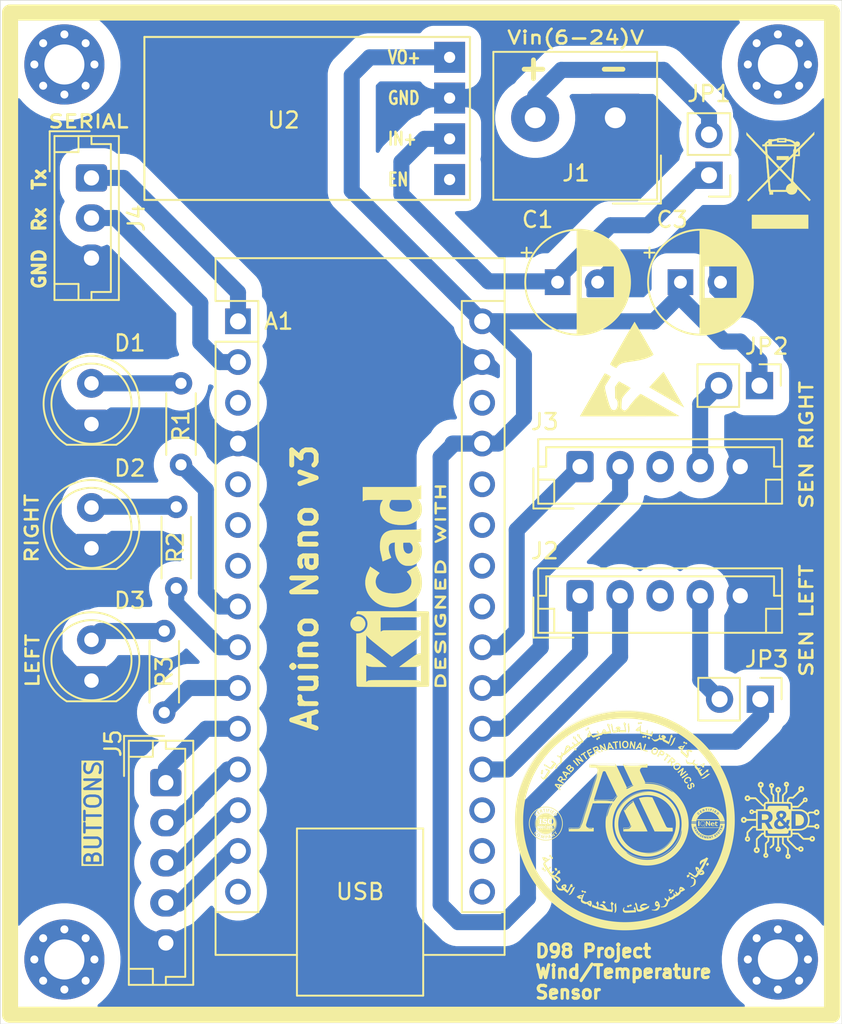
<source format=kicad_pcb>
(kicad_pcb (version 20241229) (generator "pcbnew") (generator_version "9.0")
  (layers (0 "F.Cu" signal) (4 "In1.Cu" signal) (6 "In2.Cu" signal) (2 "B.Cu" signal) (13 "F.Paste" user) (15 "B.Paste" user) (5 "F.SilkS" user "F.Silkscreen") (7 "B.SilkS" user "B.Silkscreen") (1 "F.Mask" user) (3 "B.Mask" user) (25 "Edge.Cuts" user))
  (net 0 "")
  (net 1 "GND")
  (net 3 "Net-(A1-A3)")
  (net 6 "Net-(A1-A0)")
  (net 8 "Net-(A1-D6)")
  (net 9 "Net-(A1-A2)")
  (net 11 "Net-(A1-D5)")
  (net 13 "Net-(A1-D9)")
  (net 15 "+5V")
  (net 17 "Net-(A1-D10)")
  (net 18 "Net-(A1-D7)")
  (net 19 "Net-(A1-A1)")
  (net 20 "Net-(A1-D11)")
  (net 22 "Net-(A1-D0{slash}RX)")
  (net 23 "Net-(A1-D1{slash}TX)")
  (net 25 "Net-(JP1-A)")
  (net 26 "Net-(D1-A)")
  (net 27 "Net-(D2-A)")
  (net 28 "Net-(D3-A)")
  (net 29 "Net-(J1-Pin_2)")
  (net 31 "Net-(J2-Pin_4)")
  (net 32 "Net-(J3-Pin_4)")
  (net 35 "Net-(A1-D8)")
  (footprint "Resistor_THT:R_Axial_DIN0204_L3.6mm_D1.6mm_P5.08mm_Horizontal" (layer "F.Cu") (at 144.9666 60.3876 90)
    (property "Reference" "R2" (at 2.55 -0.05 90) (layer "F.SilkS"))
    (property "Value" "220")
    (pad "1" thru_hole circle (at 0 0 90) (size 1.4 1.4) (drill 0.7) (layers "*.Cu" "*.Mask") (net 8 "Net-(A1-D6)"))
    (pad "2" thru_hole oval (at 5.08 0 90) (size 1.4 1.4) (drill 0.7) (layers "*.Cu" "*.Mask") (net 27 "Net-(D2-A)"))
  )
  (footprint "LOGO" (layer "F.Cu") (at 182.7166 75.089719)
    (property "Reference" "G***" (hide yes))
    (property "Value" "LOGO" (hide yes))
  )
  (footprint "Connector_JST:JST_EH_B5B-EH-A_1x05_P2.50mm_Vertical" (layer "F.Cu") (at 144.3166 72.4976 -90)
    (property "Reference" "J5" (at -2.45 3.3 90) (layer "F.SilkS"))
    (property "Value" "Conn_01x05_Pin" (hide yes))
    (pad "1" thru_hole roundrect (at 0 0 270) (size 1.7 1.95) (drill 0.95) (layers "*.Cu" "*.Mask") (roundrect_rratio 0.147059) (net 35 "Net-(A1-D8)"))
    (pad "2" thru_hole oval (at 2.5 0 270) (size 1.7 1.95) (drill 0.95) (layers "*.Cu" "*.Mask") (net 13 "Net-(A1-D9)"))
    (pad "3" thru_hole oval (at 5 0 270) (size 1.7 1.95) (drill 0.95) (layers "*.Cu" "*.Mask") (net 17 "Net-(A1-D10)"))
    (pad "4" thru_hole oval (at 7.5 0 270) (size 1.7 1.95) (drill 0.95) (layers "*.Cu" "*.Mask") (net 20 "Net-(A1-D11)"))
    (pad "5" thru_hole oval (at 10 0 270) (size 1.7 1.95) (drill 0.95) (layers "*.Cu" "*.Mask") (net 1 "GND"))
  )
  (footprint "LOGO" (layer "F.Cu") (at 172.9666 74.8476)
    (property "Reference" "G***" (hide yes))
    (property "Value" "LOGO" (hide yes))
  )
  (footprint "Symbol:KiCad-Logo2_5mm_SilkScreen" (layer "F.Cu") (at 158.8166 60.254417 90)
    (property "Reference" "REF**" (hide yes))
    (property "Value" "KiCad-Logo2_5mm_SilkScreen" (hide yes))
  )
  (footprint "Connector_PinHeader_2.54mm:PinHeader_1x02_P2.54mm_Vertical" (layer "F.Cu") (at 181.4166 67.2976 -90)
    (property "Reference" "JP3" (at -2.5 -0.4 180) (layer "F.SilkS"))
    (property "Value" "Jumper_2_Open" (hide yes))
    (pad "1" thru_hole rect (at 0 0 270) (size 1.7 1.7) (drill 1) (layers "*.Cu" "*.Mask") (net 15 "+5V"))
    (pad "2" thru_hole oval (at 0 2.54 270) (size 1.7 1.7) (drill 1) (layers "*.Cu" "*.Mask") (net 31 "Net-(J2-Pin_4)"))
  )
  (footprint "Capacitor_THT:CP_Radial_D6.3mm_P2.50mm" (layer "F.Cu") (at 176.434221 41.2976)
    (property "Reference" "C3" (at -0.517621 -3.9 0) (layer "F.SilkS"))
    (property "Value" "1uf")
    (pad "1" thru_hole rect (at 0 0) (size 1.6 1.6) (drill 0.8) (layers "*.Cu" "*.Mask") (net 15 "+5V"))
    (pad "2" thru_hole circle (at 2.5 0) (size 1.6 1.6) (drill 0.8) (layers "*.Cu" "*.Mask") (net 1 "GND"))
  )
  (footprint "Symbol:ESD-Logo_6.6x6mm_SilkScreen" (layer "F.Cu") (at 173.4166 46.6976)
    (property "Reference" "REF**" (hide yes))
    (property "Value" "ESD-Logo_6.6x6mm_SilkScreen" (hide yes))
  )
  (footprint "Resistor_THT:R_Axial_DIN0204_L3.6mm_D1.6mm_P5.08mm_Horizontal" (layer "F.Cu") (at 144.2166 68.1276 90)
    (property "Reference" "R3" (at 2.54 0 90) (layer "F.SilkS"))
    (property "Value" "220")
    (pad "1" thru_hole circle (at 0 0 90) (size 1.4 1.4) (drill 0.7) (layers "*.Cu" "*.Mask") (net 18 "Net-(A1-D7)"))
    (pad "2" thru_hole oval (at 5.08 0 90) (size 1.4 1.4) (drill 0.7) (layers "*.Cu" "*.Mask") (net 28 "Net-(D3-A)"))
  )
  (footprint "Resistor_THT:R_Axial_DIN0204_L3.6mm_D1.6mm_P5.08mm_Horizontal" (layer "F.Cu") (at 145.2626 52.6846 90)
    (property "Reference" "R1" (at 2.42 0 90) (layer "F.SilkS"))
    (property "Value" "220")
    (pad "1" thru_hole circle (at 0 0 90) (size 1.4 1.4) (drill 0.7) (layers "*.Cu" "*.Mask") (net 11 "Net-(A1-D5)"))
    (pad "2" thru_hole oval (at 5.08 0 90) (size 1.4 1.4) (drill 0.7) (layers "*.Cu" "*.Mask") (net 26 "Net-(D1-A)"))
  )
  (footprint "Connector_JST:JST_EH_B5B-EH-A_1x05_P2.50mm_Vertical" (layer "F.Cu") (at 170.1666 52.7976)
    (property "Reference" "J3" (at -2.197 -2.794 0) (layer "F.SilkS"))
    (property "Value" "Conn_01x05_Pin" (hide yes))
    (pad "1" thru_hole roundrect (at 0 0) (size 1.7 1.95) (drill 0.95) (layers "*.Cu" "*.Mask") (roundrect_rratio 0.147059) (net 3 "Net-(A1-A3)"))
    (pad "2" thru_hole oval (at 2.5 0) (size 1.7 1.95) (drill 0.95) (layers "*.Cu" "*.Mask") (net 9 "Net-(A1-A2)"))
    (pad "3" thru_hole oval (at 5 0) (size 1.7 1.95) (drill 0.95) (layers "*.Cu" "*.Mask"))
    (pad "4" thru_hole oval (at 7.5 0) (size 1.7 1.95) (drill 0.95) (layers "*.Cu" "*.Mask") (net 32 "Net-(J3-Pin_4)"))
    (pad "5" thru_hole oval (at 10 0) (size 1.7 1.95) (drill 0.95) (layers "*.Cu" "*.Mask") (net 1 "GND"))
  )
  (footprint "Connector_PinHeader_2.54mm:PinHeader_1x02_P2.54mm_Vertical" (layer "F.Cu") (at 181.3666 47.7476 -90)
    (property "Reference" "JP2" (at -2.45 -0.45 180) (layer "F.SilkS"))
    (property "Value" "Jumper_2_Open" (hide yes))
    (pad "1" thru_hole rect (at 0 0 270) (size 1.7 1.7) (drill 1) (layers "*.Cu" "*.Mask") (net 15 "+5V"))
    (pad "2" thru_hole oval (at 0 2.54 270) (size 1.7 1.7) (drill 1) (layers "*.Cu" "*.Mask") (net 32 "Net-(J3-Pin_4)"))
  )
  (footprint "LED_THT:LED_D5.0mm" (layer "F.Cu") (at 139.6746 66.1376 90)
    (property "Reference" "D3" (at 4.99 2.392 180) (layer "F.SilkS"))
    (property "Value" "LED" (hide yes))
    (pad "1" thru_hole rect (at 0 0 90) (size 1.8 1.8) (drill 0.9) (layers "*.Cu" "*.Mask") (net 1 "GND"))
    (pad "2" thru_hole circle (at 2.54 0 90) (size 1.8 1.8) (drill 0.9) (layers "*.Cu" "*.Mask") (net 28 "Net-(D3-A)"))
  )
  (footprint "Module:Arduino_Nano" (layer "F.Cu") (at 148.8186 43.7396)
    (property "Reference" "A1" (at 2.54 0 0) (layer "F.SilkS"))
    (property "Value" "Arduino_Nano_v3.x" (hide yes))
    (fp_text user "USB" (at 7.62 35.56 0) (layer "F.SilkS"))
    (pad "1" thru_hole rect (at 0 0) (size 1.6 1.6) (drill 1) (layers "*.Cu" "*.Mask") (net 23 "Net-(A1-D1{slash}TX)"))
    (pad "2" thru_hole oval (at 0 2.54) (size 1.6 1.6) (drill 1) (layers "*.Cu" "*.Mask") (net 22 "Net-(A1-D0{slash}RX)"))
    (pad "3" thru_hole oval (at 0 5.08) (size 1.6 1.6) (drill 1) (layers "*.Cu" "*.Mask"))
    (pad "4" thru_hole oval (at 0 7.62) (size 1.6 1.6) (drill 1) (layers "*.Cu" "*.Mask") (net 1 "GND"))
    (pad "5" thru_hole oval (at 0 10.16) (size 1.6 1.6) (drill 1) (layers "*.Cu" "*.Mask"))
    (pad "6" thru_hole oval (at 0 12.7) (size 1.6 1.6) (drill 1) (layers "*.Cu" "*.Mask"))
    (pad "7" thru_hole oval (at 0 15.24) (size 1.6 1.6) (drill 1) (layers "*.Cu" "*.Mask"))
    (pad "8" thru_hole oval (at 0 17.78) (size 1.6 1.6) (drill 1) (layers "*.Cu" "*.Mask") (net 11 "Net-(A1-D5)"))
    (pad "9" thru_hole oval (at 0 20.32) (size 1.6 1.6) (drill 1) (layers "*.Cu" "*.Mask") (net 8 "Net-(A1-D6)"))
    (pad "10" thru_hole oval (at 0 22.86) (size 1.6 1.6) (drill 1) (layers "*.Cu" "*.Mask") (net 18 "Net-(A1-D7)"))
    (pad "11" thru_hole oval (at 0 25.4) (size 1.6 1.6) (drill 1) (layers "*.Cu" "*.Mask") (net 35 "Net-(A1-D8)"))
    (pad "12" thru_hole oval (at 0 27.94) (size 1.6 1.6) (drill 1) (layers "*.Cu" "*.Mask") (net 13 "Net-(A1-D9)"))
    (pad "13" thru_hole oval (at 0 30.48) (size 1.6 1.6) (drill 1) (layers "*.Cu" "*.Mask") (net 17 "Net-(A1-D10)"))
    (pad "14" thru_hole oval (at 0 33.02) (size 1.6 1.6) (drill 1) (layers "*.Cu" "*.Mask") (net 20 "Net-(A1-D11)"))
    (pad "15" thru_hole oval (at 0 35.56) (size 1.6 1.6) (drill 1) (layers "*.Cu" "*.Mask"))
    (pad "16" thru_hole oval (at 15.24 35.56) (size 1.6 1.6) (drill 1) (layers "*.Cu" "*.Mask"))
    (pad "17" thru_hole oval (at 15.24 33.02) (size 1.6 1.6) (drill 1) (layers "*.Cu" "*.Mask"))
    (pad "18" thru_hole oval (at 15.24 30.48) (size 1.6 1.6) (drill 1) (layers "*.Cu" "*.Mask"))
    (pad "19" thru_hole oval (at 15.24 27.94) (size 1.6 1.6) (drill 1) (layers "*.Cu" "*.Mask") (net 6 "Net-(A1-A0)"))
    (pad "20" thru_hole oval (at 15.24 25.4) (size 1.6 1.6) (drill 1) (layers "*.Cu" "*.Mask") (net 19 "Net-(A1-A1)"))
    (pad "21" thru_hole oval (at 15.24 22.86) (size 1.6 1.6) (drill 1) (layers "*.Cu" "*.Mask") (net 9 "Net-(A1-A2)"))
    (pad "22" thru_hole oval (at 15.24 20.32) (size 1.6 1.6) (drill 1) (layers "*.Cu" "*.Mask") (net 3 "Net-(A1-A3)"))
    (pad "23" thru_hole oval (at 15.24 17.78) (size 1.6 1.6) (drill 1) (layers "*.Cu" "*.Mask"))
    (pad "24" thru_hole oval (at 15.24 15.24) (size 1.6 1.6) (drill 1) (layers "*.Cu" "*.Mask"))
    (pad "25" thru_hole oval (at 15.24 12.7) (size 1.6 1.6) (drill 1) (layers "*.Cu" "*.Mask"))
    (pad "26" thru_hole oval (at 15.24 10.16) (size 1.6 1.6) (drill 1) (layers "*.Cu" "*.Mask"))
    (pad "27" thru_hole oval (at 15.24 7.62) (size 1.6 1.6) (drill 1) (layers "*.Cu" "*.Mask") (net 15 "+5V"))
    (pad "28" thru_hole oval (at 15.24 5.08) (size 1.6 1.6) (drill 1) (layers "*.Cu" "*.Mask"))
    (pad "29" thru_hole oval (at 15.24 2.54) (size 1.6 1.6) (drill 1) (layers "*.Cu" "*.Mask") (net 1 "GND"))
    (pad "30" thru_hole oval (at 15.24 0) (size 1.6 1.6) (drill 1) (layers "*.Cu" "*.Mask") (net 15 "+5V"))
  )
  (footprint "MountingHole:MountingHole_2.5mm_Pad_Via" (layer "F.Cu") (at 182.5166 83.5236)
    (property "Reference" "H4" (hide yes))
    (property "Value" "MountingHole_Pad_MP" (hide yes))
    (pad "1" thru_hole circle (at -1.875 0) (size 0.8 0.8) (drill 0.5) (layers "*.Cu" "*.Mask"))
    (pad "1" thru_hole circle (at -1.325825 -1.325825) (size 0.8 0.8) (drill 0.5) (layers "*.Cu" "*.Mask"))
    (pad "1" thru_hole circle (at -1.325825 1.325825) (size 0.8 0.8) (drill 0.5) (layers "*.Cu" "*.Mask"))
    (pad "1" thru_hole circle (at 0 -1.875) (size 0.8 0.8) (drill 0.5) (layers "*.Cu" "*.Mask"))
    (pad "1" thru_hole circle (at 0 0) (size 5 5) (drill 2.5) (layers "*.Cu" "*.Mask"))
    (pad "1" thru_hole circle (at 0 1.875) (size 0.8 0.8) (drill 0.5) (layers "*.Cu" "*.Mask"))
    (pad "1" thru_hole circle (at 1.325825 -1.325825) (size 0.8 0.8) (drill 0.5) (layers "*.Cu" "*.Mask"))
    (pad "1" thru_hole circle (at 1.325825 1.325825) (size 0.8 0.8) (drill 0.5) (layers "*.Cu" "*.Mask"))
    (pad "1" thru_hole circle (at 1.875 0) (size 0.8 0.8) (drill 0.5) (layers "*.Cu" "*.Mask"))
  )
  (footprint "MountingHole:MountingHole_2.5mm_Pad_Via" (layer "F.Cu") (at 137.984 83.5236)
    (property "Reference" "H2" (hide yes))
    (property "Value" "MountingHole_Pad_MP" (hide yes))
    (pad "1" thru_hole circle (at -1.875 0) (size 0.8 0.8) (drill 0.5) (layers "*.Cu" "*.Mask"))
    (pad "1" thru_hole circle (at -1.325825 -1.325825) (size 0.8 0.8) (drill 0.5) (layers "*.Cu" "*.Mask"))
    (pad "1" thru_hole circle (at -1.325825 1.325825) (size 0.8 0.8) (drill 0.5) (layers "*.Cu" "*.Mask"))
    (pad "1" thru_hole circle (at 0 -1.875) (size 0.8 0.8) (drill 0.5) (layers "*.Cu" "*.Mask"))
    (pad "1" thru_hole circle (at 0 0) (size 5 5) (drill 2.5) (layers "*.Cu" "*.Mask"))
    (pad "1" thru_hole circle (at 0 1.875) (size 0.8 0.8) (drill 0.5) (layers "*.Cu" "*.Mask"))
    (pad "1" thru_hole circle (at 1.325825 -1.325825) (size 0.8 0.8) (drill 0.5) (layers "*.Cu" "*.Mask"))
    (pad "1" thru_hole circle (at 1.325825 1.325825) (size 0.8 0.8) (drill 0.5) (layers "*.Cu" "*.Mask"))
    (pad "1" thru_hole circle (at 1.875 0) (size 0.8 0.8) (drill 0.5) (layers "*.Cu" "*.Mask"))
  )
  (footprint "LED_THT:LED_D5.0mm" (layer "F.Cu") (at 139.6746 50.1446 90)
    (property "Reference" "D1" (at 5.047 2.392 180) (layer "F.SilkS"))
    (property "Value" "LED")
    (pad "1" thru_hole rect (at 0 0 90) (size 1.8 1.8) (drill 0.9) (layers "*.Cu" "*.Mask") (net 1 "GND"))
    (pad "2" thru_hole circle (at 2.54 0 90) (size 1.8 1.8) (drill 0.9) (layers "*.Cu" "*.Mask") (net 26 "Net-(D1-A)"))
  )
  (footprint "HW-612:HW-613" (layer "F.Cu") (at 163.2966 26.0096 180)
    (property "Reference" "U2" (at 11.63 -5.188 0) (layer "F.SilkS"))
    (property "Value" "HW-613")
    (fp_text user "IN+" (at 4.221905 -6.35 0) (layer "F.SilkS") (effects (font (size 0.8 0.64))))
    (fp_text user "VO+" (at 4.1 -1.27 0) (layer "F.SilkS") (effects (font (size 0.8 0.64))))
    (fp_text user "EN" (at 4.480952 -8.89 0) (layer "F.SilkS") (effects (font (size 0.8 0.64))))
    (fp_text user "GND" (at 4.130476 -3.81 0) (layer "F.SilkS") (effects (font (size 0.8 0.64))))
    (pad "EN" thru_hole rect (at 1.27 -8.89 180) (size 1.9304 1.9304) (drill 0.7) (layers "*.Cu" "*.Mask"))
    (pad "GND" thru_hole rect (at 1.27 -3.81 180) (size 1.9304 1.9304) (drill 0.7) (layers "*.Cu" "*.Mask") (net 1 "GND"))
    (pad "IN+" thru_hole rect (at 1.27 -6.35 180) (size 1.9304 1.9304) (drill 0.7) (layers "*.Cu" "*.Mask") (net 25 "Net-(JP1-A)"))
    (pad "VO+" thru_hole rect (at 1.27 -1.27 180) (size 1.9304 1.9304) (drill 0.7) (layers "*.Cu" "*.Mask") (net 15 "+5V"))
  )
  (footprint "Connector_JST:JST_EH_B5B-EH-A_1x05_P2.50mm_Vertical" (layer "F.Cu") (at 170.1666 60.8476)
    (property "Reference" "J2" (at -2.197 -2.794 0) (layer "F.SilkS"))
    (property "Value" "Conn_01x05_Pin" (hide yes))
    (pad "1" thru_hole roundrect (at 0 0) (size 1.7 1.95) (drill 0.95) (layers "*.Cu" "*.Mask") (roundrect_rratio 0.147059) (net 19 "Net-(A1-A1)"))
    (pad "2" thru_hole oval (at 2.5 0) (size 1.7 1.95) (drill 0.95) (layers "*.Cu" "*.Mask") (net 6 "Net-(A1-A0)"))
    (pad "3" thru_hole oval (at 5 0) (size 1.7 1.95) (drill 0.95) (layers "*.Cu" "*.Mask"))
    (pad "4" thru_hole oval (at 7.5 0) (size 1.7 1.95) (drill 0.95) (layers "*.Cu" "*.Mask") (net 31 "Net-(J2-Pin_4)"))
    (pad "5" thru_hole oval (at 10 0) (size 1.7 1.95) (drill 0.95) (layers "*.Cu" "*.Mask") (net 1 "GND"))
  )
  (footprint "Symbol:WEEE-Logo_4.2x6mm_SilkScreen" (layer "F.Cu") (at 182.6666 34.9476)
    (property "Reference" "REF**" (hide yes))
    (property "Value" "WEEE-Logo_4.2x6mm_SilkScreen" (hide yes))
  )
  (footprint "MountingHole:MountingHole_2.5mm_Pad_Via" (layer "F.Cu") (at 137.984 27.7236)
    (property "Reference" "H3" (hide yes))
    (property "Value" "MountingHole_Pad_MP" (hide yes))
    (pad "1" thru_hole circle (at -1.875 0) (size 0.8 0.8) (drill 0.5) (layers "*.Cu" "*.Mask"))
    (pad "1" thru_hole circle (at -1.325825 -1.325825) (size 0.8 0.8) (drill 0.5) (layers "*.Cu" "*.Mask"))
    (pad "1" thru_hole circle (at -1.325825 1.325825) (size 0.8 0.8) (drill 0.5) (layers "*.Cu" "*.Mask"))
    (pad "1" thru_hole circle (at 0 -1.875) (size 0.8 0.8) (drill 0.5) (layers "*.Cu" "*.Mask"))
    (pad "1" thru_hole circle (at 0 0) (size 5 5) (drill 2.5) (layers "*.Cu" "*.Mask"))
    (pad "1" thru_hole circle (at 0 1.875) (size 0.8 0.8) (drill 0.5) (layers "*.Cu" "*.Mask"))
    (pad "1" thru_hole circle (at 1.325825 -1.325825) (size 0.8 0.8) (drill 0.5) (layers "*.Cu" "*.Mask"))
    (pad "1" thru_hole circle (at 1.325825 1.325825) (size 0.8 0.8) (drill 0.5) (layers "*.Cu" "*.Mask"))
    (pad "1" thru_hole circle (at 1.875 0) (size 0.8 0.8) (drill 0.5) (layers "*.Cu" "*.Mask"))
  )
  (footprint "Connector_JST:JST_EH_B3B-EH-A_1x03_P2.50mm_Vertical" (layer "F.Cu") (at 139.6746 34.7976 -90)
    (property "Reference" "J4" (at 2.5 -2.8 90) (layer "F.SilkS"))
    (property "Value" "Conn_01x03_Pin" (hide yes))
    (pad "1" thru_hole roundrect (at 0 0 270) (size 1.7 1.95) (drill 0.95) (layers "*.Cu" "*.Mask") (roundrect_rratio 0.147059) (net 23 "Net-(A1-D1{slash}TX)"))
    (pad "2" thru_hole oval (at 2.5 0 270) (size 1.7 1.95) (drill 0.95) (layers "*.Cu" "*.Mask") (net 22 "Net-(A1-D0{slash}RX)"))
    (pad "3" thru_hole oval (at 5 0 270) (size 1.7 1.95) (drill 0.95) (layers "*.Cu" "*.Mask") (net 1 "GND"))
  )
  (footprint "Connector_PinHeader_2.54mm:PinHeader_1x02_P2.54mm_Vertical" (layer "F.Cu") (at 178.2166 34.6326 180)
    (property "Reference" "JP1" (at 0 5.085 0) (layer "F.SilkS"))
    (property "Value" "Jumper_2_Open" (hide yes))
    (pad "1" thru_hole rect (at 0 0 180) (size 1.7 1.7) (drill 1) (layers "*.Cu" "*.Mask") (net 25 "Net-(JP1-A)"))
    (pad "2" thru_hole oval (at 0 2.54 180) (size 1.7 1.7) (drill 1) (layers "*.Cu" "*.Mask") (net 29 "Net-(J1-Pin_2)"))
  )
  (footprint "LED_THT:LED_D5.0mm" (layer "F.Cu") (at 139.6746 57.8876 90)
    (property "Reference" "D2" (at 4.99 2.392 180) (layer "F.SilkS"))
    (property "Value" "LED")
    (pad "1" thru_hole rect (at 0 0 90) (size 1.8 1.8) (drill 0.9) (layers "*.Cu" "*.Mask") (net 1 "GND"))
    (pad "2" thru_hole circle (at 2.54 0 90) (size 1.8 1.8) (drill 0.9) (layers "*.Cu" "*.Mask") (net 27 "Net-(D2-A)"))
  )
  (footprint "MountingHole:MountingHole_2.5mm_Pad_Via" (layer "F.Cu") (at 182.5166 27.7236)
    (property "Reference" "H1" (hide yes))
    (property "Value" "MountingHole_Pad_MP" (hide yes))
    (pad "1" thru_hole circle (at -1.875 0) (size 0.8 0.8) (drill 0.5) (layers "*.Cu" "*.Mask"))
    (pad "1" thru_hole circle (at -1.325825 -1.325825) (size 0.8 0.8) (drill 0.5) (layers "*.Cu" "*.Mask"))
    (pad "1" thru_hole circle (at -1.325825 1.325825) (size 0.8 0.8) (drill 0.5) (layers "*.Cu" "*.Mask"))
    (pad "1" thru_hole circle (at 0 -1.875) (size 0.8 0.8) (drill 0.5) (layers "*.Cu" "*.Mask"))
    (pad "1" thru_hole circle (at 0 0) (size 5 5) (drill 2.5) (layers "*.Cu" "*.Mask"))
    (pad "1" thru_hole circle (at 0 1.875) (size 0.8 0.8) (drill 0.5) (layers "*.Cu" "*.Mask"))
    (pad "1" thru_hole circle (at 1.325825 -1.325825) (size 0.8 0.8) (drill 0.5) (layers "*.Cu" "*.Mask"))
    (pad "1" thru_hole circle (at 1.325825 1.325825) (size 0.8 0.8) (drill 0.5) (layers "*.Cu" "*.Mask"))
    (pad "1" thru_hole circle (at 1.875 0) (size 0.8 0.8) (drill 0.5) (layers "*.Cu" "*.Mask"))
  )
  (footprint "TerminalBlock_Altech:Altech_AK100_1x02_P5.00mm" (layer "F.Cu") (at 172.3666 31.0476 180)
    (property "Reference" "J1" (at 2.45 -3.45 0) (layer "F.SilkS"))
    (property "Value" "Screw_Terminal_01x02" (hide yes))
    (pad "1" thru_hole rect (at 0 0 180) (size 3 3) (drill 1.3) (layers "*.Cu" "*.Mask") (net 1 "GND"))
    (pad "2" thru_hole circle (at 5 0 180) (size 3 3) (drill 1.3) (layers "*.Cu" "*.Mask") (net 29 "Net-(J1-Pin_2)"))
  )
  (footprint "Capacitor_THT:CP_Radial_D6.3mm_P2.50mm" (layer "F.Cu") (at 168.7666 41.2976)
    (property "Reference" "C1" (at -1.25 -3.9 0) (layer "F.SilkS"))
    (property "Value" "1uf")
    (pad "1" thru_hole rect (at 0 0) (size 1.6 1.6) (drill 0.8) (layers "*.Cu" "*.Mask") (net 25 "Net-(JP1-A)"))
    (pad "2" thru_hole circle (at 2.5 0) (size 1.6 1.6) (drill 0.8) (layers "*.Cu" "*.Mask") (net 1 "GND"))
  )
  (gr_rect (start 134.5946 24.4856) (end 185.9026 86.9696) (stroke (width 1)) (fill no) (layer "F.SilkS"))
  (gr_rect (start 134.5946 24.4856) (end 185.9026 86.9696) (stroke (width 1)) (fill no) (layer "F.SilkS"))
  (gr_rect (start 133.984 23.7236) (end 186.516 87.556) (stroke (width 0.0381)) (fill no) (layer "Edge.Cuts"))
  (gr_text "LEFT" (at 136.4666 66.669267 90) (layer "F.SilkS") (effects (font (size 0.8 1) (thickness 0.16) (bold yes)) (justify left bottom)))
  (gr_text "Aruino Nano v3" (at 153.8986 69.4436 90) (layer "F.SilkS") (effects (font (size 1.524 1.524) (thickness 0.3048) (bold yes)) (justify left bottom)))
  (gr_text "-" (at 171.118372 28.8036 0) (layer "F.SilkS") (effects (font (size 1.524 1.524) (thickness 0.3048) (bold yes)) (justify left bottom)))
  (gr_text "SEN RIGHT" (at 184.7666 55.5226 90) (layer "F.SilkS") (effects (font (size 0.8 1) (thickness 0.16) (bold yes)) (justify left bottom)))
  (gr_text "GND" (at 136.8806 41.825695 90) (layer "F.SilkS") (effects (font (size 0.8 0.8) (thickness 0.2) (bold yes)) (justify left bottom)))
  (gr_text "Vin(6-24)V" (at 165.527195 26.5176 0) (layer "F.SilkS") (effects (font (size 0.8 1) (thickness 0.16) (bold yes)) (justify left bottom)))
  (gr_text "SEN LEFT" (at 184.7666 66.002601 90) (layer "F.SilkS") (effects (font (size 0.8 1) (thickness 0.16) (bold yes)) (justify left bottom)))
  (gr_text "BUTTONS" (at 140.3666 77.8476 90) (layer "F.SilkS" knockout) (effects (font (size 1 1) (thickness 0.16) (bold yes)) (justify left bottom)))
  (gr_text "Rx" (at 136.8806 38.24141 90) (layer "F.SilkS") (effects (font (size 0.8 0.8) (thickness 0.2) (bold yes)) (justify left bottom)))
  (gr_text "Tx" (at 136.8806 35.646172 90) (layer "F.SilkS") (effects (font (size 0.8 0.8) (thickness 0.2) (bold yes)) (justify left bottom)))
  (gr_text "RIGHT" (at 136.4166 58.895457 90) (layer "F.SilkS") (effects (font (size 0.8 1) (thickness 0.16) (bold yes)) (justify left bottom)))
  (gr_text "D98 Project\nWind/Temperature\nSensor\n" (at 167.279928 86.0476 0) (layer "F.SilkS") (effects (font (size 0.8 0.8) (thickness 0.2) (bold yes)) (justify left bottom)))
  (gr_text "+" (at 166.118372 28.8036 0) (layer "F.SilkS") (effects (font (size 1.524 1.524) (thickness 0.3048) (bold yes)) (justify left bottom)))
  (gr_text "SERIAL" (at 136.8806 31.7496 0) (layer "F.SilkS") (effects (font (size 0.8 1) (thickness 0.16) (bold yes)) (justify left bottom)))
  (segment (start 137.3666 64.5476) (end 137.3666 60.1476) (width 1) (layer "B.Cu") (net 1))
  (segment (start 139.1566 58.1876) (end 137.3166 56.3476) (width 1) (layer "B.Cu") (net 1))
  (segment (start 144.3166 82.4976) (end 144.2666 82.5476) (width 1) (layer "B.Cu") (net 1))
  (segment (start 138.9566 66.1376) (end 137.3666 64.5476) (width 1) (layer "B.Cu") (net 1))
  (segment (start 137.3166 52.5026) (end 139.6746 50.1446) (width 1) (layer "B.Cu") (net 1))
  (segment (start 144.2666 82.5476) (end 143.0916 82.5476) (width 1) (layer "B.Cu") (net 1))
  (segment (start 137.3666 60.1476) (end 139.6266 57.8876) (width 1) (layer "B.Cu") (net 1))
  (segment (start 148.8186 51.3596) (end 147.68723 51.3596) (width 1) (layer "B.Cu") (net 1))
  (segment (start 137.3166 56.3476) (end 137.3166 52.5026) (width 1) (layer "B.Cu") (net 1))
  (segment (start 139.6666 58.1876) (end 139.1566 58.1876) (width 1) (layer "B.Cu") (net 1))
  (segment (start 146.47223 50.1446) (end 139.6746 50.1446) (width 1) (layer "B.Cu") (net 1))
  (segment (start 143.0916 82.5476) (end 139.6746 79.1306) (width 1) (layer "B.Cu") (net 1))
  (segment (start 139.6746 79.1306) (end 139.6746 66.1376) (width 1) (layer "B.Cu") (net 1))
  (segment (start 139.6746 66.1376) (end 138.9566 66.1376) (width 1) (layer "B.Cu") (net 1))
  (segment (start 139.6266 57.8876) (end 139.6746 57.8876) (width 1) (layer "B.Cu") (net 1))
  (segment (start 147.68723 51.3596) (end 146.47223 50.1446) (width 1) (layer "B.Cu") (net 1))
  (segment (start 165.18997 64.0596) (end 166.2156 63.03397) (width 1) (layer "B.Cu") (net 3))
  (segment (start 166.2156 56.7486) (end 170.1666 52.7976) (width 1) (layer "B.Cu") (net 3))
  (segment (start 166.2156 63.03397) (end 166.2156 56.7486) (width 1) (layer "B.Cu") (net 3))
  (segment (start 164.0586 64.0596) (end 165.18997 64.0596) (width 1) (layer "B.Cu") (net 3))
  (segment (start 172.6666 64.6476) (end 165.6346 71.6796) (width 1) (layer "B.Cu") (net 6))
  (segment (start 165.6346 71.6796) (end 164.0586 71.6796) (width 1) (layer "B.Cu") (net 6))
  (segment (start 172.6666 60.8476) (end 172.6666 64.6476) (width 1) (layer "B.Cu") (net 6))
  (segment (start 144.9666 61.33897) (end 144.9666 60.3876) (width 1) (layer "B.Cu") (net 8))
  (segment (start 148.8186 64.0596) (end 147.68723 64.0596) (width 1) (layer "B.Cu") (net 8))
  (segment (start 147.68723 64.0596) (end 144.9666 61.33897) (width 1) (layer "B.Cu") (net 8))
  (segment (start 148.7686 64.1096) (end 148.8186 64.0596) (width 1) (layer "B.Cu") (net 8))
  (segment (start 164.0586 66.5996) (end 165.18997 66.5996) (width 1) (layer "B.Cu") (net 9))
  (segment (start 167.7166 64.07297) (end 167.7166 59.4476) (width 1) (layer "B.Cu") (net 9))
  (segment (start 172.6666 54.4976) (end 172.6666 52.7976) (width 1) (layer "B.Cu") (net 9))
  (segment (start 165.18997 66.5996) (end 167.7166 64.07297) (width 1) (layer "B.Cu") (net 9))
  (segment (start 167.7166 59.4476) (end 172.6666 54.4976) (width 1) (layer "B.Cu") (net 9))
  (segment (start 146.8166 60.64897) (end 146.8166 54.2386) (width 1) (layer "B.Cu") (net 11))
  (segment (start 146.8166 54.2386) (end 145.2626 52.6846) (width 1) (layer "B.Cu") (net 11))
  (segment (start 148.8186 61.5196) (end 147.68723 61.5196) (width 1) (layer "B.Cu") (net 11))
  (segment (start 147.68723 61.5196) (end 146.8166 60.64897) (width 1) (layer "B.Cu") (net 11))
  (segment (start 146.2926 73.5716) (end 148.1846 71.6796) (width 1) (layer "B.Cu") (net 13))
  (segment (start 145.566708 74.3486) (end 146.2926 73.622708) (width 1) (layer "B.Cu") (net 13))
  (segment (start 146.2926 73.622708) (end 146.2926 73.5716) (width 1) (layer "B.Cu") (net 13))
  (segment (start 145.5156 74.3486) (end 145.566708 74.3486) (width 1) (layer "B.Cu") (net 13))
  (segment (start 148.1846 71.6796) (end 148.8186 71.6796) (width 1) (layer "B.Cu") (net 13))
  (segment (start 144.3166 74.9976) (end 144.3666 75.0476) (width 1) (layer "B.Cu") (net 13))
  (segment (start 144.8166 75.0476) (end 145.5156 74.3486) (width 1) (layer "B.Cu") (net 13))
  (segment (start 144.3666 75.0476) (end 144.8166 75.0476) (width 1) (layer "B.Cu") (net 13))
  (segment (start 155.9166 35.5976) (end 164.0586 43.7396) (width 1) (layer "B.Cu") (net 15))
  (segment (start 164.0586 51.3596) (end 165.0546 51.3596) (width 1) (layer "B.Cu") (net 15))
  (segment (start 171.0666 69.9476) (end 179.8666 69.9476) (width 1) (layer "B.Cu") (net 15))
  (segment (start 166.9166 74.0976) (end 171.0666 69.9476) (width 1) (layer "B.Cu") (net 15))
  (segment (start 181.3666 47.7476) (end 181.3666 46.1976) (width 1) (layer "B.Cu") (net 15))
  (segment (start 164.0586 51.3596) (end 162.3046 51.3596) (width 1) (layer "B.Cu") (net 15))
  (segment (start 161.4666 52.1976) (end 161.4666 80.0976) (width 1) (layer "B.Cu") (net 15))
  (segment (start 162.0266 27.2796) (end 157.03985 27.2796) (width 1) (layer "B.Cu") (net 15))
  (segment (start 174.7666 43.7476) (end 176.434221 42.079979) (width 1) (layer "B.Cu") (net 15))
  (segment (start 165.4166 81.1976) (end 166.9166 79.6976) (width 1) (layer "B.Cu") (net 15))
  (segment (start 181.4666 67.3476) (end 181.4166 67.2976) (width 1) (layer "B.Cu") (net 15))
  (segment (start 162.5666 81.1976) (end 165.4166 81.1976) (width 1) (layer "B.Cu") (net 15))
  (segment (start 174.7666 43.7476) (end 174.7586 43.7396) (width 1) (layer "B.Cu") (net 15))
  (segment (start 181.4666 68.3476) (end 181.4666 67.3476) (width 1) (layer "B.Cu") (net 15))
  (segment (start 180.1666 44.9976) (end 179.1666 44.9976) (width 1) (layer "B.Cu") (net 15))
  (segment (start 164.5586 43.7396) (end 164.0586 43.7396) (width 1) (layer "B.Cu") (net 15))
  (segment (start 157.03985 27.2796) (end 155.9166 28.40285) (width 1) (layer "B.Cu") (net 15))
  (segment (start 165.18997 43.7396) (end 164.0586 43.7396) (width 1) (layer "B.Cu") (net 15))
  (segment (start 176.434221 42.079979) (end 176.434221 41.2976) (width 1) (layer "B.Cu") (net 15))
  (segment (start 166.9166 79.6976) (end 166.9166 74.0976) (width 1) (layer "B.Cu") (net 15))
  (segment (start 179.8666 69.9476) (end 181.4666 68.3476) (width 1) (layer "B.Cu") (net 15))
  (segment (start 179.1666 44.9976) (end 176.434221 42.265221) (width 1) (layer "B.Cu") (net 15))
  (segment (start 162.3046 51.3596) (end 161.4666 52.1976) (width 1) (layer "B.Cu") (net 15))
  (segment (start 155.9166 28.40285) (end 155.9166 35.5976) (width 1) (layer "B.Cu") (net 15))
  (segment (start 164.0586 51.3596) (end 162.2046 51.3596) (width 1) (layer "B.Cu") (net 15))
  (segment (start 161.4666 80.0976) (end 162.5666 81.1976) (width 1) (layer "B.Cu") (net 15))
  (segment (start 174.7586 43.7396) (end 164.0586 43.7396) (width 1) (layer "B.Cu") (net 15))
  (segment (start 176.434221 42.265221) (end 176.434221 41.2976) (width 1) (layer "B.Cu") (net 15))
  (segment (start 165.0546 51.3596) (end 166.6666 49.7476) (width 1) (layer "B.Cu") (net 15))
  (segment (start 166.6666 49.7476) (end 166.6666 45.8476) (width 1) (layer "B.Cu") (net 15))
  (segment (start 166.6666 45.8476) (end 164.5586 43.7396) (width 1) (layer "B.Cu") (net 15))
  (segment (start 181.3666 46.1976) (end 180.1666 44.9976) (width 1) (layer "B.Cu") (net 15))
  (segment (start 144.3166 77.4976) (end 144.3666 77.5476) (width 1) (layer "B.Cu") (net 17))
  (segment (start 145.0666 77.5476) (end 148.3946 74.2196) (width 1) (layer "B.Cu") (net 17))
  (segment (start 148.3946 74.2196) (end 148.8186 74.2196) (width 1) (layer "B.Cu") (net 17))
  (segment (start 144.3666 77.5476) (end 145.0666 77.5476) (width 1) (layer "B.Cu") (net 17))
  (segment (start 148.7686 66.6496) (end 148.8186 66.5996) (width 1) (layer "B.Cu") (net 18))
  (segment (start 145.7446 66.5996) (end 148.8186 66.5996) (width 1) (layer "B.Cu") (net 18))
  (segment (start 144.2166 68.1276) (end 145.7446 66.5996) (width 1) (layer "B.Cu") (net 18))
  (segment (start 170.1666 64.3976) (end 165.4246 69.1396) (width 1) (layer "B.Cu") (net 19))
  (segment (start 170.1666 60.8476) (end 170.1666 64.3976) (width 1) (layer "B.Cu") (net 19))
  (segment (start 164.1086 69.1896) (end 164.0586 69.1396) (width 1) (layer "B.Cu") (net 19))
  (segment (start 165.4246 69.1396) (end 164.0586 69.1396) (width 1) (layer "B.Cu") (net 19))
  (segment (start 144.3166 79.9976) (end 144.3666 80.0476) (width 1) (layer "B.Cu") (net 20))
  (segment (start 148.4046 76.7596) (end 148.8186 76.7596) (width 1) (layer "B.Cu") (net 20))
  (segment (start 145.1166 80.0476) (end 148.4046 76.7596) (width 1) (layer "B.Cu") (net 20))
  (segment (start 144.3666 80.0476) (end 145.1166 80.0476) (width 1) (layer "B.Cu") (net 20))
  (segment (start 148.8186 46.2796) (end 147.68723 46.2796) (width 1) (layer "B.Cu") (net 22))
  (segment (start 146.4666 45.05897) (end 146.4666 42.5976) (width 1) (layer "B.Cu") (net 22))
  (segment (start 147.68723 46.2796) (end 146.4666 45.05897) (width 1) (layer "B.Cu") (net 22))
  (segment (start 141.1666 37.2976) (end 139.6746 37.2976) (width 1) (layer "B.Cu") (net 22))
  (segment (start 146.4666 42.5976) (end 141.1666 37.2976) (width 1) (layer "B.Cu") (net 22))
  (segment (start 141.6766 34.7976) (end 139.6746 34.7976) (width 1) (layer "B.Cu") (net 23))
  (segment (start 148.8186 41.9396) (end 141.6766 34.7976) (width 1) (layer "B.Cu") (net 23))
  (segment (start 148.8186 43.7396) (end 148.8186 41.9396) (width 1) (layer "B.Cu") (net 23))
  (segment (start 159.0166 35.822) (end 159.0166 33.7976) (width 1) (layer "B.Cu") (net 25))
  (segment (start 164.4422 41.2476) (end 160.4422 37.2476) (width 1) (layer "B.Cu") (net 25))
  (segment (start 174.4166 37.7476) (end 172.0666 37.7476) (width 1) (layer "B.Cu") (net 25))
  (segment (start 177.5316 34.6326) (end 174.4166 37.7476) (width 1) (layer "B.Cu") (net 25))
  (segment (start 168.8166 41.2476) (end 168.7666 41.2976) (width 1) (layer "B.Cu") (net 25))
  (segment (start 160.4422 37.2476) (end 159.0166 35.822) (width 1) (layer "B.Cu") (net 25))
  (segment (start 168.7666 41.0476) (end 168.7666 41.2976) (width 1) (layer "B.Cu") (net 25))
  (segment (start 160.4546 32.3596) (end 162.0266 32.3596) (width 1) (layer "B.Cu") (net 25))
  (segment (start 168.7666 41.2476) (end 164.4422 41.2476) (width 1) (layer "B.Cu") (net 25))
  (segment (start 178.2166 34.6326) (end 177.5316 34.6326) (width 1) (layer "B.Cu") (net 25))
  (segment (start 172.0666 37.7476) (end 168.7666 41.0476) (width 1) (layer "B.Cu") (net 25))
  (segment (start 159.0166 33.7976) (end 160.4546 32.3596) (width 1) (layer "B.Cu") (net 25))
  (segment (start 139.6746 47.6046) (end 145.2626 47.6046) (width 1) (layer "B.Cu") (net 26))
  (segment (start 144.9666 55.3076) (end 144.9056 55.2466) (width 1) (layer "B.Cu") (net 27))
  (segment (start 139.6666 55.6476) (end 140.0166 55.2976) (width 1) (layer "B.Cu") (net 27))
  (segment (start 144.9566 55.2976) (end 144.9666 55.3076) (width 1) (layer "B.Cu") (net 27))
  (segment (start 140.0166 55.2976) (end 144.9566 55.2976) (width 1) (layer "B.Cu") (net 27))
  (segment (start 144.2166 63.0476) (end 140.2246 63.0476) (width 1) (layer "B.Cu") (net 28))
  (segment (start 140.2246 63.0476) (end 139.6746 63.5976) (width 1) (layer "B.Cu") (net 28))
  (segment (start 178.2166 30.8976) (end 178.2166 32.0926) (width 1) (layer "B.Cu") (net 29))
  (segment (start 175.3806 28.0616) (end 178.2166 30.8976) (width 1) (layer "B.Cu") (net 29))
  (segment (start 167.3666 31.0476) (end 167.3666 29.6976) (width 1) (layer "B.Cu") (net 29))
  (segment (start 167.3666 29.6976) (end 169.0026 28.0616) (width 1) (layer "B.Cu") (net 29))
  (segment (start 169.0026 28.0616) (end 175.3806 28.0616) (width 1) (layer "B.Cu") (net 29))
  (segment (start 177.6666 66.0876) (end 177.6666 60.8476) (width 1) (layer "B.Cu") (net 31))
  (segment (start 178.8766 67.2976) (end 177.6666 66.0876) (width 1) (layer "B.Cu") (net 31))
  (segment (start 177.6666 52.7976) (end 177.6666 48.9076) (width 1) (layer "B.Cu") (net 32))
  (segment (start 177.6666 48.9076) (end 178.8266 47.7476) (width 1) (layer "B.Cu") (net 32))
  (segment (start 144.3166 72.4976) (end 144.3166 71.6476) (width 1) (layer "B.Cu") (net 35))
  (segment (start 144.3166 71.6476) (end 146.8246 69.1396) (width 1) (layer "B.Cu") (net 35))
  (segment (start 146.8246 69.1396) (end 148.8186 69.1396) (width 1) (layer "B.Cu") (net 35))
  (zone (net 1) (net_name "GND") (layer "B.Cu") (connect_pads yes (clearance 1)) (min_thickness 0.25) (fill yes (thermal_gap 0.5) (thermal_bridge_width 0.5))
    (polygon (pts (xy 135 24.7396) (xy 185.5 25) (xy 185.5 86.54) (xy 135 86.54)))
  )
)
</source>
